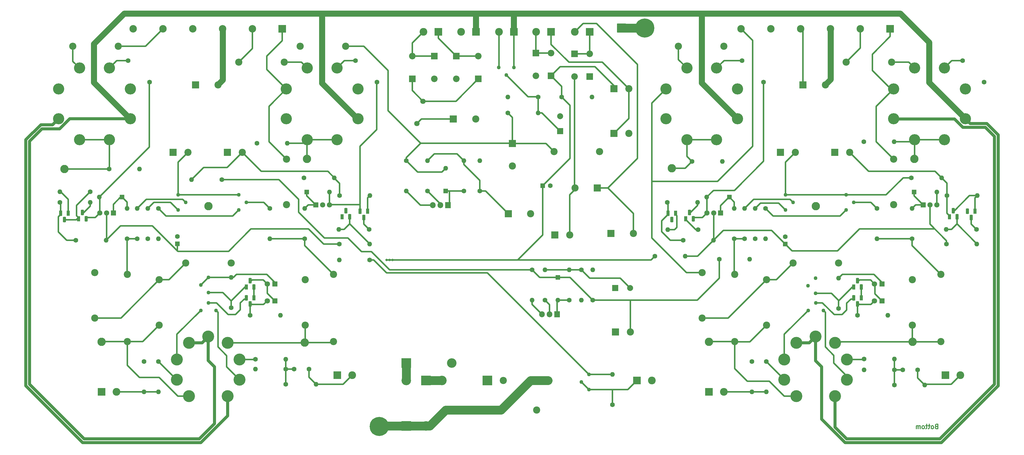
<source format=gbr>
G04 #@! TF.GenerationSoftware,KiCad,Pcbnew,7.0.8*
G04 #@! TF.CreationDate,2023-12-15T21:56:32+00:00*
G04 #@! TF.ProjectId,BabyHuey,42616279-4875-4657-992e-6b696361645f,1*
G04 #@! TF.SameCoordinates,Original*
G04 #@! TF.FileFunction,Copper,L2,Bot*
G04 #@! TF.FilePolarity,Positive*
%FSLAX46Y46*%
G04 Gerber Fmt 4.6, Leading zero omitted, Abs format (unit mm)*
G04 Created by KiCad (PCBNEW 7.0.8) date 2023-12-15 21:56:32*
%MOMM*%
%LPD*%
G01*
G04 APERTURE LIST*
G04 Aperture macros list*
%AMRoundRect*
0 Rectangle with rounded corners*
0 $1 Rounding radius*
0 $2 $3 $4 $5 $6 $7 $8 $9 X,Y pos of 4 corners*
0 Add a 4 corners polygon primitive as box body*
4,1,4,$2,$3,$4,$5,$6,$7,$8,$9,$2,$3,0*
0 Add four circle primitives for the rounded corners*
1,1,$1+$1,$2,$3*
1,1,$1+$1,$4,$5*
1,1,$1+$1,$6,$7*
1,1,$1+$1,$8,$9*
0 Add four rect primitives between the rounded corners*
20,1,$1+$1,$2,$3,$4,$5,0*
20,1,$1+$1,$4,$5,$6,$7,0*
20,1,$1+$1,$6,$7,$8,$9,0*
20,1,$1+$1,$8,$9,$2,$3,0*%
%AMHorizOval*
0 Thick line with rounded ends*
0 $1 width*
0 $2 $3 position (X,Y) of the first rounded end (center of the circle)*
0 $4 $5 position (X,Y) of the second rounded end (center of the circle)*
0 Add line between two ends*
20,1,$1,$2,$3,$4,$5,0*
0 Add two circle primitives to create the rounded ends*
1,1,$1,$2,$3*
1,1,$1,$4,$5*%
G04 Aperture macros list end*
%ADD10C,0.300000*%
G04 #@! TA.AperFunction,NonConductor*
%ADD11C,0.300000*%
G04 #@! TD*
G04 #@! TA.AperFunction,ComponentPad*
%ADD12C,1.800000*%
G04 #@! TD*
G04 #@! TA.AperFunction,ComponentPad*
%ADD13C,1.600000*%
G04 #@! TD*
G04 #@! TA.AperFunction,ComponentPad*
%ADD14R,1.800000X1.800000*%
G04 #@! TD*
G04 #@! TA.AperFunction,ComponentPad*
%ADD15RoundRect,0.249999X-1.300001X-1.300001X1.300001X-1.300001X1.300001X1.300001X-1.300001X1.300001X0*%
G04 #@! TD*
G04 #@! TA.AperFunction,ComponentPad*
%ADD16C,6.400000*%
G04 #@! TD*
G04 #@! TA.AperFunction,ComponentPad*
%ADD17C,0.800000*%
G04 #@! TD*
G04 #@! TA.AperFunction,ComponentPad*
%ADD18R,1.717500X1.800000*%
G04 #@! TD*
G04 #@! TA.AperFunction,ComponentPad*
%ADD19O,1.717500X1.800000*%
G04 #@! TD*
G04 #@! TA.AperFunction,ComponentPad*
%ADD20C,1.260000*%
G04 #@! TD*
G04 #@! TA.AperFunction,ComponentPad*
%ADD21C,2.800000*%
G04 #@! TD*
G04 #@! TA.AperFunction,ComponentPad*
%ADD22R,1.100000X1.800000*%
G04 #@! TD*
G04 #@! TA.AperFunction,ComponentPad*
%ADD23RoundRect,0.275000X0.275000X0.625000X-0.275000X0.625000X-0.275000X-0.625000X0.275000X-0.625000X0*%
G04 #@! TD*
G04 #@! TA.AperFunction,ComponentPad*
%ADD24RoundRect,0.275000X-0.275000X-0.625000X0.275000X-0.625000X0.275000X0.625000X-0.275000X0.625000X0*%
G04 #@! TD*
G04 #@! TA.AperFunction,ComponentPad*
%ADD25R,2.400000X2.400000*%
G04 #@! TD*
G04 #@! TA.AperFunction,ComponentPad*
%ADD26C,2.400000*%
G04 #@! TD*
G04 #@! TA.AperFunction,ComponentPad*
%ADD27R,3.200000X3.200000*%
G04 #@! TD*
G04 #@! TA.AperFunction,ComponentPad*
%ADD28O,3.200000X3.200000*%
G04 #@! TD*
G04 #@! TA.AperFunction,ComponentPad*
%ADD29R,2.600000X2.600000*%
G04 #@! TD*
G04 #@! TA.AperFunction,ComponentPad*
%ADD30C,2.600000*%
G04 #@! TD*
G04 #@! TA.AperFunction,ComponentPad*
%ADD31R,2.500000X2.500000*%
G04 #@! TD*
G04 #@! TA.AperFunction,ComponentPad*
%ADD32C,2.500000*%
G04 #@! TD*
G04 #@! TA.AperFunction,ComponentPad*
%ADD33R,2.200000X2.200000*%
G04 #@! TD*
G04 #@! TA.AperFunction,ComponentPad*
%ADD34O,2.200000X2.200000*%
G04 #@! TD*
G04 #@! TA.AperFunction,ComponentPad*
%ADD35O,1.600000X1.600000*%
G04 #@! TD*
G04 #@! TA.AperFunction,ComponentPad*
%ADD36O,2.400000X2.400000*%
G04 #@! TD*
G04 #@! TA.AperFunction,ComponentPad*
%ADD37HorizOval,1.600000X0.000000X0.000000X0.000000X0.000000X0*%
G04 #@! TD*
G04 #@! TA.AperFunction,ComponentPad*
%ADD38R,1.600000X1.600000*%
G04 #@! TD*
G04 #@! TA.AperFunction,ComponentPad*
%ADD39R,2.000000X2.000000*%
G04 #@! TD*
G04 #@! TA.AperFunction,ComponentPad*
%ADD40C,2.000000*%
G04 #@! TD*
G04 #@! TA.AperFunction,ComponentPad*
%ADD41R,1.905000X2.000000*%
G04 #@! TD*
G04 #@! TA.AperFunction,ComponentPad*
%ADD42O,1.905000X2.000000*%
G04 #@! TD*
G04 #@! TA.AperFunction,ComponentPad*
%ADD43C,4.000000*%
G04 #@! TD*
G04 #@! TA.AperFunction,ComponentPad*
%ADD44O,3.750000X3.750000*%
G04 #@! TD*
G04 #@! TA.AperFunction,ViaPad*
%ADD45C,0.800000*%
G04 #@! TD*
G04 #@! TA.AperFunction,Conductor*
%ADD46C,3.000000*%
G04 #@! TD*
G04 #@! TA.AperFunction,Conductor*
%ADD47C,2.000000*%
G04 #@! TD*
G04 #@! TA.AperFunction,Conductor*
%ADD48C,0.500000*%
G04 #@! TD*
G04 #@! TA.AperFunction,Conductor*
%ADD49C,1.000000*%
G04 #@! TD*
G04 APERTURE END LIST*
D10*
D11*
X351849143Y-190646614D02*
X351634857Y-190718042D01*
X351634857Y-190718042D02*
X351563428Y-190789471D01*
X351563428Y-190789471D02*
X351492000Y-190932328D01*
X351492000Y-190932328D02*
X351492000Y-191146614D01*
X351492000Y-191146614D02*
X351563428Y-191289471D01*
X351563428Y-191289471D02*
X351634857Y-191360900D01*
X351634857Y-191360900D02*
X351777714Y-191432328D01*
X351777714Y-191432328D02*
X352349143Y-191432328D01*
X352349143Y-191432328D02*
X352349143Y-189932328D01*
X352349143Y-189932328D02*
X351849143Y-189932328D01*
X351849143Y-189932328D02*
X351706286Y-190003757D01*
X351706286Y-190003757D02*
X351634857Y-190075185D01*
X351634857Y-190075185D02*
X351563428Y-190218042D01*
X351563428Y-190218042D02*
X351563428Y-190360900D01*
X351563428Y-190360900D02*
X351634857Y-190503757D01*
X351634857Y-190503757D02*
X351706286Y-190575185D01*
X351706286Y-190575185D02*
X351849143Y-190646614D01*
X351849143Y-190646614D02*
X352349143Y-190646614D01*
X350634857Y-191432328D02*
X350777714Y-191360900D01*
X350777714Y-191360900D02*
X350849143Y-191289471D01*
X350849143Y-191289471D02*
X350920571Y-191146614D01*
X350920571Y-191146614D02*
X350920571Y-190718042D01*
X350920571Y-190718042D02*
X350849143Y-190575185D01*
X350849143Y-190575185D02*
X350777714Y-190503757D01*
X350777714Y-190503757D02*
X350634857Y-190432328D01*
X350634857Y-190432328D02*
X350420571Y-190432328D01*
X350420571Y-190432328D02*
X350277714Y-190503757D01*
X350277714Y-190503757D02*
X350206286Y-190575185D01*
X350206286Y-190575185D02*
X350134857Y-190718042D01*
X350134857Y-190718042D02*
X350134857Y-191146614D01*
X350134857Y-191146614D02*
X350206286Y-191289471D01*
X350206286Y-191289471D02*
X350277714Y-191360900D01*
X350277714Y-191360900D02*
X350420571Y-191432328D01*
X350420571Y-191432328D02*
X350634857Y-191432328D01*
X349706285Y-190432328D02*
X349134857Y-190432328D01*
X349492000Y-189932328D02*
X349492000Y-191218042D01*
X349492000Y-191218042D02*
X349420571Y-191360900D01*
X349420571Y-191360900D02*
X349277714Y-191432328D01*
X349277714Y-191432328D02*
X349134857Y-191432328D01*
X348849142Y-190432328D02*
X348277714Y-190432328D01*
X348634857Y-189932328D02*
X348634857Y-191218042D01*
X348634857Y-191218042D02*
X348563428Y-191360900D01*
X348563428Y-191360900D02*
X348420571Y-191432328D01*
X348420571Y-191432328D02*
X348277714Y-191432328D01*
X347563428Y-191432328D02*
X347706285Y-191360900D01*
X347706285Y-191360900D02*
X347777714Y-191289471D01*
X347777714Y-191289471D02*
X347849142Y-191146614D01*
X347849142Y-191146614D02*
X347849142Y-190718042D01*
X347849142Y-190718042D02*
X347777714Y-190575185D01*
X347777714Y-190575185D02*
X347706285Y-190503757D01*
X347706285Y-190503757D02*
X347563428Y-190432328D01*
X347563428Y-190432328D02*
X347349142Y-190432328D01*
X347349142Y-190432328D02*
X347206285Y-190503757D01*
X347206285Y-190503757D02*
X347134857Y-190575185D01*
X347134857Y-190575185D02*
X347063428Y-190718042D01*
X347063428Y-190718042D02*
X347063428Y-191146614D01*
X347063428Y-191146614D02*
X347134857Y-191289471D01*
X347134857Y-191289471D02*
X347206285Y-191360900D01*
X347206285Y-191360900D02*
X347349142Y-191432328D01*
X347349142Y-191432328D02*
X347563428Y-191432328D01*
X346420571Y-191432328D02*
X346420571Y-190432328D01*
X346420571Y-190575185D02*
X346349142Y-190503757D01*
X346349142Y-190503757D02*
X346206285Y-190432328D01*
X346206285Y-190432328D02*
X345991999Y-190432328D01*
X345991999Y-190432328D02*
X345849142Y-190503757D01*
X345849142Y-190503757D02*
X345777714Y-190646614D01*
X345777714Y-190646614D02*
X345777714Y-191432328D01*
X345777714Y-190646614D02*
X345706285Y-190503757D01*
X345706285Y-190503757D02*
X345563428Y-190432328D01*
X345563428Y-190432328D02*
X345349142Y-190432328D01*
X345349142Y-190432328D02*
X345206285Y-190503757D01*
X345206285Y-190503757D02*
X345134856Y-190646614D01*
X345134856Y-190646614D02*
X345134856Y-191432328D01*
D12*
X177800000Y-89154000D03*
X179850000Y-81654000D03*
D13*
X136652000Y-171450000D03*
X141652000Y-171450000D03*
D14*
X130175000Y-142875000D03*
D12*
X127635000Y-142875000D03*
D15*
X246380000Y-57150000D03*
D16*
X165130000Y-190670000D03*
D17*
X163432944Y-188972944D03*
X165130000Y-193070000D03*
X166827056Y-188972944D03*
X165130000Y-188270000D03*
X163432944Y-192367056D03*
X167530000Y-190670000D03*
X162730000Y-190670000D03*
X166827056Y-192367056D03*
X256570000Y-57110000D03*
X255867056Y-55412944D03*
X252472944Y-55412944D03*
X251770000Y-57110000D03*
X255867056Y-58807056D03*
X254170000Y-59510000D03*
D16*
X254170000Y-57110000D03*
D17*
X254170000Y-54710000D03*
X252472944Y-58807056D03*
D18*
X143946500Y-116395500D03*
D19*
X146236500Y-116395500D03*
X148526500Y-116395500D03*
D20*
X105410000Y-151765000D03*
X107950000Y-149225000D03*
X110490000Y-151765000D03*
D21*
X344490000Y-100965000D03*
X311470000Y-116840000D03*
X263210000Y-104140000D03*
X343916000Y-162306000D03*
X275656000Y-162306000D03*
D20*
X321630000Y-113030000D03*
X324170000Y-115570000D03*
X321630000Y-118110000D03*
X301310000Y-113030000D03*
X303850000Y-115570000D03*
X301310000Y-118110000D03*
X308930000Y-151765000D03*
X311470000Y-149225000D03*
X314010000Y-151765000D03*
D18*
X347466500Y-116395500D03*
D19*
X349756500Y-116395500D03*
X352046500Y-116395500D03*
D22*
X364810000Y-118535500D03*
D23*
X363540000Y-120605500D03*
X362270000Y-118535500D03*
D22*
X267909000Y-121050000D03*
D24*
X269179000Y-118980000D03*
X270449000Y-121050000D03*
D18*
X279593000Y-119126000D03*
D19*
X277303000Y-119126000D03*
X275013000Y-119126000D03*
D22*
X356237500Y-120415000D03*
D24*
X357507500Y-118345000D03*
X358777500Y-120415000D03*
D22*
X264480000Y-119234000D03*
D23*
X263210000Y-121304000D03*
X261940000Y-119234000D03*
D22*
X324170000Y-143910000D03*
D24*
X325440000Y-141840000D03*
X326710000Y-143910000D03*
D22*
X326710000Y-147555000D03*
D23*
X325440000Y-149625000D03*
X324170000Y-147555000D03*
D14*
X333695000Y-142875000D03*
D12*
X331155000Y-142875000D03*
D14*
X333695000Y-148590000D03*
D12*
X331155000Y-148590000D03*
D25*
X307152000Y-76200000D03*
D26*
X314652000Y-76200000D03*
D13*
X340614000Y-171704000D03*
X345614000Y-171704000D03*
D27*
X174244000Y-169418000D03*
D28*
X189484000Y-169418000D03*
D27*
X201422000Y-175260000D03*
D28*
X186182000Y-175260000D03*
D27*
X174244000Y-190500000D03*
D28*
X174244000Y-175260000D03*
D27*
X180848000Y-175260000D03*
D28*
X180848000Y-190500000D03*
D26*
X221742000Y-175260000D03*
X206742000Y-175260000D03*
D21*
X140970000Y-100965000D03*
X107950000Y-116840000D03*
X59690000Y-104394000D03*
D22*
X152717500Y-120415000D03*
D24*
X153987500Y-118345000D03*
X155257500Y-120415000D03*
D29*
X184992000Y-58420000D03*
D30*
X179992000Y-58420000D03*
D29*
X235712000Y-58420000D03*
D30*
X230712000Y-58420000D03*
D29*
X197612000Y-58420000D03*
D30*
X192612000Y-58420000D03*
D29*
X210312000Y-58420000D03*
D30*
X205312000Y-58420000D03*
D29*
X222758000Y-58420000D03*
D30*
X217758000Y-58420000D03*
D29*
X72136000Y-179078000D03*
D30*
X77136000Y-179078000D03*
D29*
X151130000Y-173490000D03*
D30*
X156130000Y-173490000D03*
D29*
X354878000Y-173490000D03*
D30*
X359878000Y-173490000D03*
D31*
X132696000Y-57404000D03*
D32*
X122696000Y-57404000D03*
X112696000Y-57404000D03*
X102696000Y-57404000D03*
X92696000Y-57404000D03*
X82696000Y-57404000D03*
D31*
X336404000Y-57404000D03*
D32*
X326404000Y-57404000D03*
X316404000Y-57404000D03*
X306404000Y-57404000D03*
X296404000Y-57404000D03*
X286404000Y-57404000D03*
D33*
X230632000Y-65786000D03*
D34*
X230632000Y-73406000D03*
D13*
X208280000Y-85598000D03*
D35*
X218440000Y-85598000D03*
D13*
X218440000Y-80264000D03*
D35*
X208280000Y-80264000D03*
D13*
X133858000Y-176530000D03*
D35*
X144018000Y-176530000D03*
D13*
X133858000Y-171450000D03*
D35*
X123698000Y-171450000D03*
D13*
X91186000Y-168910000D03*
D35*
X91186000Y-179070000D03*
D13*
X151765000Y-129540000D03*
D35*
X161925000Y-129540000D03*
D13*
X161798000Y-124587000D03*
D35*
X151638000Y-124587000D03*
D13*
X151892000Y-113284000D03*
D35*
X162052000Y-113284000D03*
D26*
X100330000Y-135890000D03*
D36*
X115570000Y-135890000D03*
D13*
X88174103Y-75220103D03*
D37*
X80989898Y-68035898D03*
D13*
X164374103Y-75220000D03*
D37*
X157189898Y-68035795D03*
D13*
X74676000Y-104394000D03*
D35*
X84836000Y-104394000D03*
D13*
X124206000Y-95758000D03*
D35*
X134366000Y-95758000D03*
D26*
X77724000Y-63246000D03*
D36*
X62484000Y-63246000D03*
D26*
X133350000Y-68580000D03*
D36*
X118110000Y-68580000D03*
D13*
X337820000Y-176784000D03*
D35*
X347980000Y-176784000D03*
D13*
X319090000Y-151130000D03*
D35*
X319090000Y-140970000D03*
D13*
X290068000Y-168910000D03*
D35*
X290068000Y-179070000D03*
D13*
X337820000Y-171704000D03*
D35*
X327660000Y-171704000D03*
D13*
X325440000Y-153416000D03*
D35*
X335600000Y-153416000D03*
D13*
X294894000Y-168910000D03*
D35*
X294894000Y-179070000D03*
D13*
X327660000Y-168084500D03*
D35*
X337820000Y-168084500D03*
D26*
X294960000Y-156718000D03*
D36*
X294960000Y-141478000D03*
D26*
X343855000Y-141478000D03*
D36*
X343855000Y-156718000D03*
D13*
X291150000Y-127762000D03*
D35*
X291150000Y-117602000D03*
D13*
X294640000Y-117602000D03*
D35*
X294640000Y-127762000D03*
D13*
X287594000Y-127762000D03*
D35*
X287594000Y-117602000D03*
D13*
X331978000Y-117602000D03*
D35*
X331978000Y-127762000D03*
D13*
X343474000Y-107315000D03*
D35*
X353634000Y-107315000D03*
D13*
X267020000Y-128270000D03*
D35*
X277180000Y-128270000D03*
D13*
X355285000Y-129540000D03*
D35*
X365445000Y-129540000D03*
D13*
X284165000Y-127762000D03*
D35*
X284165000Y-117602000D03*
D13*
X343728000Y-127762000D03*
D35*
X343728000Y-117602000D03*
D13*
X261686000Y-115570000D03*
D35*
X271846000Y-115570000D03*
D13*
X365318000Y-124587000D03*
D35*
X355158000Y-124587000D03*
D13*
X272034000Y-124714000D03*
D35*
X261874000Y-124714000D03*
D13*
X355412000Y-113284000D03*
D35*
X365572000Y-113284000D03*
D26*
X303850000Y-135890000D03*
D36*
X319090000Y-135890000D03*
D26*
X273370000Y-154305000D03*
D36*
X273370000Y-139065000D03*
D26*
X337566000Y-116332000D03*
D36*
X337566000Y-101092000D03*
D13*
X293950205Y-75220000D03*
D37*
X286766000Y-68035795D03*
D13*
X367828103Y-75220000D03*
D37*
X360643898Y-68035795D03*
D13*
X270002000Y-101854000D03*
D35*
X280162000Y-101854000D03*
D13*
X327599000Y-95250000D03*
D35*
X337759000Y-95250000D03*
D26*
X336870000Y-68580000D03*
D36*
X321630000Y-68580000D03*
D13*
X58166000Y-115570000D03*
D35*
X68326000Y-115570000D03*
D13*
X80645000Y-127762000D03*
D35*
X80645000Y-117602000D03*
D13*
X87630000Y-127762000D03*
D35*
X87630000Y-117602000D03*
D22*
X64389000Y-121050000D03*
D24*
X65659000Y-118980000D03*
X66929000Y-121050000D03*
D22*
X60960000Y-119234000D03*
D23*
X59690000Y-121304000D03*
X58420000Y-119234000D03*
D20*
X97790000Y-113030000D03*
X100330000Y-115570000D03*
X97790000Y-118110000D03*
D13*
X68326000Y-112014000D03*
D35*
X58166000Y-112014000D03*
D33*
X191008000Y-66548000D03*
D34*
X191008000Y-74168000D03*
D33*
X183642000Y-66548000D03*
D34*
X183642000Y-74168000D03*
D33*
X176276000Y-74168000D03*
D34*
X176276000Y-66548000D03*
D33*
X198374000Y-74168000D03*
D34*
X198374000Y-66548000D03*
D26*
X153924000Y-63246000D03*
D36*
X138684000Y-63246000D03*
D25*
X189992000Y-87630000D03*
D26*
X197492000Y-87630000D03*
D25*
X208400000Y-119380000D03*
D26*
X215900000Y-119380000D03*
D25*
X244310041Y-159004000D03*
D26*
X249310041Y-159004000D03*
X353380000Y-139700000D03*
X353380000Y-162200000D03*
X284292000Y-139700000D03*
X284292000Y-162200000D03*
D25*
X299612000Y-98806000D03*
D26*
X304612000Y-98806000D03*
D25*
X317820000Y-98806000D03*
D26*
X322820000Y-98806000D03*
D38*
X140906500Y-112077500D03*
D35*
X148526500Y-112077500D03*
D38*
X282514000Y-113792000D03*
D35*
X274894000Y-113792000D03*
D38*
X344426500Y-112077500D03*
D35*
X352046500Y-112077500D03*
D26*
X217932000Y-185166000D03*
D36*
X187452000Y-185166000D03*
D25*
X238252000Y-110744000D03*
D26*
X230752000Y-110744000D03*
D25*
X242824000Y-125984000D03*
D26*
X250324000Y-125984000D03*
D25*
X243840000Y-92456000D03*
D26*
X248840000Y-92456000D03*
D25*
X243840000Y-77470000D03*
D26*
X248840000Y-77470000D03*
D39*
X225806000Y-91694000D03*
D40*
X225806000Y-86694000D03*
D13*
X193548000Y-111760000D03*
D35*
X193548000Y-101600000D03*
D13*
X198882000Y-111760000D03*
D35*
X198882000Y-101600000D03*
D13*
X181356000Y-111760000D03*
D35*
X181356000Y-101600000D03*
D41*
X188214000Y-116459000D03*
D42*
X185674000Y-116459000D03*
X183134000Y-116459000D03*
D13*
X139954000Y-107315000D03*
D35*
X150114000Y-107315000D03*
D26*
X80772000Y-139700000D03*
X80772000Y-162200000D03*
X149860000Y-139700000D03*
X149860000Y-162200000D03*
D38*
X187452000Y-111760000D03*
D35*
X187452000Y-104140000D03*
D26*
X69850000Y-154305000D03*
D36*
X69850000Y-139065000D03*
D14*
X130175000Y-148590000D03*
D12*
X127635000Y-148590000D03*
D13*
X123698000Y-168148000D03*
D35*
X133858000Y-168148000D03*
D22*
X120650000Y-143910000D03*
D24*
X121920000Y-141840000D03*
X123190000Y-143910000D03*
D13*
X121920000Y-153416000D03*
D35*
X132080000Y-153416000D03*
D22*
X123190000Y-147555000D03*
D23*
X121920000Y-149625000D03*
X120650000Y-147555000D03*
D26*
X91440000Y-156718000D03*
D36*
X91440000Y-141478000D03*
D21*
X72136000Y-162306000D03*
D13*
X112395000Y-107950000D03*
D35*
X102235000Y-107950000D03*
D13*
X161925000Y-134874000D03*
D35*
X151765000Y-134874000D03*
D13*
X279146000Y-134620000D03*
D35*
X289306000Y-134620000D03*
D13*
X257556000Y-133604000D03*
D35*
X267716000Y-133604000D03*
D33*
X235712000Y-73406000D03*
D34*
X235712000Y-65786000D03*
D13*
X84074000Y-127762000D03*
D35*
X84074000Y-117602000D03*
D25*
X96092000Y-98806000D03*
D26*
X101092000Y-98806000D03*
D13*
X63500000Y-128270000D03*
D35*
X73660000Y-128270000D03*
D18*
X76073000Y-119126000D03*
D19*
X73783000Y-119126000D03*
X71493000Y-119126000D03*
D33*
X217678000Y-65532000D03*
D34*
X217678000Y-73152000D03*
D22*
X161290000Y-118535500D03*
D23*
X160020000Y-120605500D03*
X158750000Y-118535500D03*
D38*
X97536000Y-129475112D03*
D13*
X97536000Y-126975112D03*
D25*
X114300000Y-98806000D03*
D26*
X119300000Y-98806000D03*
D25*
X103632000Y-76200000D03*
D26*
X111132000Y-76200000D03*
D25*
X223990041Y-126492000D03*
D26*
X228990041Y-126492000D03*
D13*
X174244000Y-101600000D03*
D35*
X174244000Y-111760000D03*
D33*
X222758000Y-73152000D03*
D34*
X222758000Y-65532000D03*
D38*
X219964000Y-109982000D03*
D13*
X222464000Y-109982000D03*
X226314000Y-80264000D03*
D35*
X236474000Y-80264000D03*
D25*
X209804000Y-95836220D03*
D26*
X209804000Y-103336220D03*
D38*
X225044000Y-140716000D03*
D35*
X225044000Y-148336000D03*
D13*
X236728000Y-148336000D03*
D35*
X236728000Y-138176000D03*
D13*
X216408000Y-138176000D03*
D35*
X216408000Y-148336000D03*
D13*
X228854000Y-148336000D03*
D35*
X228854000Y-138176000D03*
D13*
X232918000Y-138176000D03*
D35*
X232918000Y-148336000D03*
D13*
X220726000Y-148336000D03*
D35*
X220726000Y-138176000D03*
D41*
X224790000Y-153035000D03*
D42*
X222250000Y-153035000D03*
X219710000Y-153035000D03*
D39*
X244266323Y-144272000D03*
D40*
X249266323Y-144272000D03*
D13*
X140208000Y-127762000D03*
D35*
X140208000Y-117602000D03*
D13*
X91186000Y-117602000D03*
D35*
X91186000Y-127762000D03*
D26*
X134112000Y-116332000D03*
D36*
X134112000Y-101092000D03*
D13*
X128524000Y-117602000D03*
D35*
X128524000Y-127762000D03*
D26*
X140335000Y-141478000D03*
D36*
X140335000Y-156718000D03*
D21*
X140208000Y-162560000D03*
D20*
X118110000Y-113030000D03*
X120650000Y-115570000D03*
X118110000Y-118110000D03*
D38*
X78994000Y-113792000D03*
D35*
X71374000Y-113792000D03*
D13*
X115570000Y-150876000D03*
D35*
X115570000Y-140716000D03*
D20*
X235458000Y-178308000D03*
X232918000Y-175768000D03*
X235458000Y-173228000D03*
D29*
X251540000Y-175268000D03*
D30*
X256540000Y-175268000D03*
D13*
X243332000Y-183388000D03*
D35*
X243332000Y-173228000D03*
D13*
X86360000Y-168910000D03*
D35*
X86360000Y-179070000D03*
D29*
X275670000Y-179078000D03*
D30*
X280670000Y-179078000D03*
D26*
X280670000Y-63246000D03*
D36*
X265430000Y-63246000D03*
D26*
X223774000Y-98552000D03*
D36*
X239014000Y-98552000D03*
D38*
X301244000Y-129540000D03*
D13*
X301244000Y-127040000D03*
D20*
X107950000Y-145781000D03*
X105410000Y-143241000D03*
X107950000Y-140701000D03*
X210312000Y-70358000D03*
X207772000Y-72898000D03*
X205232000Y-70358000D03*
X311404000Y-146035000D03*
X308864000Y-143495000D03*
X311404000Y-140955000D03*
D43*
X101401000Y-180521800D03*
X97390000Y-175001700D03*
X97390000Y-168178300D03*
X101400600Y-162658200D03*
X107890000Y-160549600D03*
X114379400Y-162658200D03*
X118390000Y-168178300D03*
X118390000Y-175001700D03*
X114379400Y-180521800D03*
D44*
X64755116Y-94560433D03*
X57719567Y-87524884D03*
X57719567Y-77575116D03*
X64755116Y-70539567D03*
X74704884Y-70539567D03*
X81740433Y-77575116D03*
X81740433Y-87524884D03*
X74704884Y-94560433D03*
X141075116Y-94560433D03*
X134039567Y-87524884D03*
X134039567Y-77575116D03*
X141075116Y-70539567D03*
X151024884Y-70539567D03*
X158060433Y-77575116D03*
X158060433Y-87524884D03*
X151024884Y-94560433D03*
D43*
X304921000Y-180521800D03*
X300910000Y-175001700D03*
X300910000Y-168178300D03*
X304920600Y-162658200D03*
X311410000Y-160549600D03*
X317899400Y-162658200D03*
X321910000Y-168178300D03*
X321910000Y-175001700D03*
X317899400Y-180521800D03*
D44*
X344595116Y-94560433D03*
X337559567Y-87524884D03*
X337559567Y-77575116D03*
X344595116Y-70539567D03*
X354544884Y-70539567D03*
X361580433Y-77575116D03*
X361580433Y-87524884D03*
X354544884Y-94560433D03*
X268275116Y-94560433D03*
X261239567Y-87524884D03*
X261239567Y-77575116D03*
X268275116Y-70539567D03*
X278224884Y-70539567D03*
X285260433Y-77575116D03*
X285260433Y-87524884D03*
X278224884Y-94560433D03*
D45*
X167640000Y-134874000D03*
X168656000Y-134874000D03*
X169672000Y-134874000D03*
D46*
X180848000Y-175260000D02*
X186182000Y-175260000D01*
X174244000Y-175260000D02*
X174244000Y-169418000D01*
X187452000Y-185166000D02*
X205994000Y-185166000D01*
X215900000Y-175260000D02*
X221742000Y-175260000D01*
X205994000Y-185166000D02*
X215900000Y-175260000D01*
D47*
X316404000Y-57404000D02*
X316484000Y-57484000D01*
X112776000Y-57484000D02*
X112776000Y-74556000D01*
X316484000Y-74368000D02*
X314652000Y-76200000D01*
X112776000Y-74556000D02*
X111132000Y-76200000D01*
X112696000Y-57404000D02*
X112776000Y-57484000D01*
X316484000Y-57484000D02*
X316484000Y-74368000D01*
D48*
X251714000Y-100838000D02*
X241808000Y-110744000D01*
X251714000Y-69342000D02*
X251714000Y-100838000D01*
X233506000Y-55626000D02*
X237998000Y-55626000D01*
X241808000Y-110744000D02*
X250324000Y-119260000D01*
X241808000Y-110744000D02*
X238252000Y-110744000D01*
X250324000Y-119260000D02*
X250324000Y-125984000D01*
X230712000Y-58420000D02*
X233506000Y-55626000D01*
X237998000Y-55626000D02*
X251714000Y-69342000D01*
X222758000Y-58420000D02*
X222758000Y-62611022D01*
X248840000Y-87456000D02*
X243840000Y-92456000D01*
X222758000Y-62611022D02*
X228726978Y-68580000D01*
X248840000Y-77470000D02*
X248840000Y-87456000D01*
X239950000Y-68580000D02*
X248840000Y-77470000D01*
X228726978Y-68580000D02*
X239950000Y-68580000D01*
X201405520Y-139175520D02*
X235458000Y-173228000D01*
X226314000Y-76708000D02*
X222758000Y-73152000D01*
X219964000Y-126492000D02*
X219964000Y-109982000D01*
X167623520Y-139175520D02*
X201405520Y-139175520D01*
X237490000Y-70104000D02*
X225806000Y-70104000D01*
X256286000Y-134874000D02*
X257556000Y-133604000D01*
X161925000Y-134874000D02*
X163322000Y-134874000D01*
X211582000Y-134874000D02*
X256286000Y-134874000D01*
X235458000Y-173228000D02*
X243332000Y-173228000D01*
X167640000Y-134874000D02*
X211582000Y-134874000D01*
X229108000Y-100838000D02*
X229108000Y-83058000D01*
X243840000Y-77470000D02*
X243840000Y-76454000D01*
X219964000Y-109982000D02*
X229108000Y-100838000D01*
X225806000Y-70104000D02*
X222758000Y-73152000D01*
X211582000Y-134874000D02*
X219964000Y-126492000D01*
X229108000Y-83058000D02*
X226314000Y-80264000D01*
X163322000Y-134874000D02*
X167623520Y-139175520D01*
X226314000Y-80264000D02*
X226314000Y-76708000D01*
X243840000Y-76454000D02*
X237490000Y-70104000D01*
X185674000Y-116078000D02*
X185674000Y-116459000D01*
X177800000Y-89154000D02*
X179324000Y-87630000D01*
X179324000Y-87630000D02*
X189992000Y-87630000D01*
X181356000Y-111760000D02*
X185674000Y-116078000D01*
X193548000Y-102870000D02*
X198882000Y-108204000D01*
X198882000Y-111760000D02*
X200780000Y-111760000D01*
X183642000Y-99314000D02*
X181356000Y-101600000D01*
X198882000Y-108204000D02*
X198882000Y-111760000D01*
X193548000Y-101600000D02*
X193548000Y-102870000D01*
X191262000Y-99314000D02*
X183642000Y-99314000D01*
X200780000Y-111760000D02*
X208400000Y-119380000D01*
X193548000Y-101600000D02*
X191262000Y-99314000D01*
X245964323Y-140970000D02*
X249266323Y-144272000D01*
X232918000Y-138176000D02*
X235712000Y-140970000D01*
X228854000Y-138176000D02*
X232918000Y-138176000D01*
X235712000Y-140970000D02*
X245964323Y-140970000D01*
X220726000Y-138176000D02*
X228854000Y-138176000D01*
X154686000Y-127508000D02*
X159258000Y-132080000D01*
X159258000Y-132080000D02*
X162560000Y-132080000D01*
X229108000Y-140716000D02*
X236728000Y-148336000D01*
X168656000Y-138176000D02*
X216408000Y-138176000D01*
X271780000Y-148336000D02*
X236728000Y-148336000D01*
X162560000Y-132080000D02*
X168656000Y-138176000D01*
X112395000Y-107950000D02*
X131572000Y-107950000D01*
X279146000Y-134620000D02*
X279146000Y-140970000D01*
X138176000Y-118872000D02*
X146812000Y-127508000D01*
X218948000Y-140716000D02*
X225044000Y-140716000D01*
X216408000Y-138176000D02*
X218948000Y-140716000D01*
X138176000Y-114554000D02*
X138176000Y-118872000D01*
X249310041Y-148336000D02*
X249310041Y-159004000D01*
X146812000Y-127508000D02*
X154686000Y-127508000D01*
X279146000Y-140970000D02*
X271780000Y-148336000D01*
X131572000Y-107950000D02*
X138176000Y-114554000D01*
X225044000Y-140716000D02*
X229108000Y-140716000D01*
X218440000Y-80264000D02*
X218313000Y-80137000D01*
X219710000Y-85598000D02*
X218440000Y-85598000D01*
X218440000Y-85598000D02*
X218440000Y-80264000D01*
X215011000Y-80137000D02*
X207772000Y-72898000D01*
X218313000Y-80137000D02*
X215011000Y-80137000D01*
X225806000Y-91694000D02*
X219710000Y-85598000D01*
X136652000Y-171450000D02*
X133858000Y-171450000D01*
X133858000Y-176530000D02*
X133858000Y-171450000D01*
X133858000Y-171450000D02*
X133858000Y-168148000D01*
X128524000Y-127762000D02*
X140208000Y-127762000D01*
X140208000Y-130048000D02*
X149860000Y-139700000D01*
X140208000Y-127762000D02*
X140208000Y-130048000D01*
X80645000Y-139573000D02*
X80645000Y-127762000D01*
X80645000Y-127762000D02*
X84074000Y-127762000D01*
X80772000Y-139700000D02*
X80645000Y-139573000D01*
X97790000Y-113030000D02*
X118110000Y-113030000D01*
X97790000Y-102108000D02*
X101092000Y-98806000D01*
X97790000Y-113030000D02*
X97790000Y-102108000D01*
X153090000Y-176530000D02*
X144018000Y-176530000D01*
X156130000Y-173490000D02*
X153090000Y-176530000D01*
X141652000Y-174164000D02*
X144018000Y-176530000D01*
X141652000Y-171450000D02*
X141652000Y-174164000D01*
X343728000Y-130048000D02*
X353380000Y-139700000D01*
X343728000Y-127762000D02*
X343728000Y-130048000D01*
X331978000Y-127762000D02*
X343728000Y-127762000D01*
X284165000Y-127762000D02*
X287594000Y-127762000D01*
X284165000Y-139573000D02*
X284165000Y-127762000D01*
X284292000Y-139700000D02*
X284165000Y-139573000D01*
X301310000Y-113030000D02*
X321630000Y-113030000D01*
X301310000Y-102108000D02*
X304612000Y-98806000D01*
X301310000Y-113030000D02*
X301310000Y-102108000D01*
X340741000Y-107315000D02*
X343474000Y-107315000D01*
X321630000Y-113030000D02*
X335026000Y-113030000D01*
X335026000Y-113030000D02*
X340741000Y-107315000D01*
D46*
X182118000Y-190500000D02*
X165100000Y-190500000D01*
X187452000Y-185166000D02*
X182118000Y-190500000D01*
D48*
X184992000Y-58420000D02*
X184992000Y-60532000D01*
X191008000Y-66548000D02*
X198374000Y-66548000D01*
X184992000Y-60532000D02*
X191008000Y-66548000D01*
X198374000Y-74168000D02*
X190888000Y-81654000D01*
X190888000Y-81654000D02*
X179850000Y-81654000D01*
X176276000Y-78080000D02*
X179850000Y-81654000D01*
X176276000Y-74168000D02*
X176276000Y-78080000D01*
X176276000Y-66548000D02*
X183642000Y-66548000D01*
X179992000Y-58420000D02*
X176276000Y-62136000D01*
X176276000Y-62136000D02*
X176276000Y-66548000D01*
X230632000Y-65786000D02*
X235712000Y-65786000D01*
X235712000Y-58420000D02*
X235712000Y-65786000D01*
X217678000Y-58420000D02*
X217678000Y-65532000D01*
X222758000Y-65532000D02*
X217678000Y-65532000D01*
X188214000Y-116459000D02*
X188722000Y-115951000D01*
X188722000Y-115951000D02*
X188722000Y-111760000D01*
X188722000Y-111760000D02*
X193548000Y-111760000D01*
X187452000Y-111760000D02*
X188722000Y-111760000D01*
X225044000Y-148336000D02*
X228854000Y-148336000D01*
X224790000Y-153035000D02*
X224790000Y-148590000D01*
X224790000Y-148590000D02*
X225044000Y-148336000D01*
X121920000Y-149225000D02*
X122491500Y-149796500D01*
X122491500Y-149796500D02*
X126428500Y-149796500D01*
X121920000Y-149225000D02*
X121920000Y-153416000D01*
X126428500Y-149796500D02*
X127635000Y-148590000D01*
X121920000Y-142240000D02*
X122618500Y-141541500D01*
X127635000Y-142875000D02*
X127635000Y-146050000D01*
X126301500Y-141541500D02*
X127635000Y-142875000D01*
X122618500Y-141541500D02*
X126301500Y-141541500D01*
X127635000Y-146050000D02*
X130175000Y-148590000D01*
X76073000Y-119126000D02*
X76073000Y-116205000D01*
X76073000Y-116205000D02*
X78486000Y-113792000D01*
X78994000Y-113792000D02*
X80645000Y-115443000D01*
X78486000Y-113792000D02*
X78994000Y-113792000D01*
X80645000Y-115443000D02*
X80645000Y-117602000D01*
X140906500Y-113355500D02*
X143946500Y-116395500D01*
X140906500Y-112077500D02*
X140906500Y-113355500D01*
X140208000Y-117602000D02*
X141414500Y-116395500D01*
X141414500Y-116395500D02*
X143946500Y-116395500D01*
X331282000Y-146177000D02*
X333695000Y-148590000D01*
X331282000Y-143002000D02*
X331282000Y-146177000D01*
X331155000Y-142875000D02*
X331282000Y-143002000D01*
X329821500Y-141541500D02*
X331155000Y-142875000D01*
X326138500Y-141541500D02*
X329821500Y-141541500D01*
X325440000Y-142240000D02*
X326138500Y-141541500D01*
X325440000Y-149225000D02*
X325440000Y-153416000D01*
X329948500Y-149796500D02*
X331155000Y-148590000D01*
X326011500Y-149796500D02*
X329948500Y-149796500D01*
X325440000Y-149225000D02*
X326011500Y-149796500D01*
X284165000Y-115443000D02*
X284165000Y-117602000D01*
X282514000Y-113792000D02*
X284165000Y-115443000D01*
X279593000Y-119126000D02*
X279593000Y-116647000D01*
X279593000Y-116647000D02*
X282448000Y-113792000D01*
X282448000Y-113792000D02*
X282514000Y-113792000D01*
X344426500Y-113355500D02*
X347466500Y-116395500D01*
X344426500Y-112077500D02*
X344426500Y-113355500D01*
X344934500Y-116395500D02*
X347466500Y-116395500D01*
X343728000Y-117602000D02*
X344934500Y-116395500D01*
D49*
X57719567Y-87524884D02*
X55709557Y-89534894D01*
X321827568Y-194838480D02*
X353050432Y-194838480D01*
X317899400Y-190910312D02*
X321827568Y-194838480D01*
X46756480Y-177058480D02*
X65786000Y-196088000D01*
X65786000Y-196088000D02*
X105410000Y-196088000D01*
X55709557Y-89534894D02*
X51764450Y-89534894D01*
D48*
X205312000Y-58420000D02*
X205312000Y-70278000D01*
D49*
X317899400Y-180521800D02*
X317899400Y-190910312D01*
X46756480Y-94542864D02*
X46756480Y-177058480D01*
X114379400Y-187118600D02*
X114379400Y-180521800D01*
X371348000Y-176540912D02*
X371348000Y-93472000D01*
X353050432Y-194838480D02*
X371348000Y-176540912D01*
X337664683Y-87630000D02*
X337559567Y-87524884D01*
X360759929Y-90416000D02*
X357973929Y-87630000D01*
X368292000Y-90416000D02*
X360759929Y-90416000D01*
X371348000Y-93472000D02*
X368292000Y-90416000D01*
X51764450Y-89534894D02*
X46756480Y-94542864D01*
D48*
X205312000Y-70278000D02*
X205232000Y-70358000D01*
D49*
X357973929Y-87630000D02*
X337664683Y-87630000D01*
X105410000Y-196088000D02*
X114379400Y-187118600D01*
D47*
X361580433Y-87524884D02*
X361580433Y-87514433D01*
X146050000Y-75692000D02*
X157882884Y-87524884D01*
D49*
X311410000Y-168662000D02*
X311410000Y-160549600D01*
D47*
X69596000Y-75438000D02*
X69596000Y-62484000D01*
X349504000Y-61976000D02*
X339852000Y-52324000D01*
D49*
X321310000Y-196088000D02*
X313436000Y-188214000D01*
X309301400Y-162658200D02*
X304920600Y-162658200D01*
D47*
X210312000Y-52324000D02*
X210312000Y-58420000D01*
D49*
X52154912Y-90911520D02*
X48006000Y-95060432D01*
X313436000Y-170688000D02*
X311410000Y-168662000D01*
X361580433Y-87524884D02*
X363222029Y-89166480D01*
D47*
X273304000Y-75568451D02*
X285260433Y-87524884D01*
D49*
X311410000Y-160549600D02*
X311410000Y-168650000D01*
X109982000Y-189748912D02*
X109982000Y-170688000D01*
D47*
X349504000Y-75438000D02*
X349504000Y-61976000D01*
X146050000Y-52832000D02*
X146050000Y-75692000D01*
X81534000Y-87376000D02*
X69596000Y-75438000D01*
X361580433Y-87514433D02*
X349504000Y-75438000D01*
D49*
X61431187Y-87524884D02*
X58044551Y-90911520D01*
D47*
X79756000Y-52324000D02*
X210312000Y-52324000D01*
D49*
X104912912Y-194818000D02*
X109982000Y-189748912D01*
X311410000Y-160549600D02*
X309301400Y-162658200D01*
X48006000Y-95060432D02*
X48006000Y-176540912D01*
X48006000Y-176540912D02*
X66283088Y-194818000D01*
X107890000Y-168596000D02*
X107890000Y-160549600D01*
X363222029Y-89166480D02*
X368809568Y-89166480D01*
X81740433Y-87524884D02*
X61431187Y-87524884D01*
X372597520Y-177058480D02*
X353568000Y-196088000D01*
D48*
X210312000Y-58420000D02*
X210312000Y-70358000D01*
D47*
X69596000Y-62484000D02*
X79756000Y-52324000D01*
D49*
X313436000Y-188214000D02*
X313436000Y-170688000D01*
X66283088Y-194818000D02*
X104912912Y-194818000D01*
X107890000Y-160549600D02*
X105781400Y-162658200D01*
X311410000Y-168650000D02*
X311404000Y-168656000D01*
X105781400Y-162658200D02*
X101400600Y-162658200D01*
D47*
X157882884Y-87524884D02*
X158060433Y-87524884D01*
X339852000Y-52324000D02*
X210312000Y-52324000D01*
D49*
X353568000Y-196088000D02*
X321310000Y-196088000D01*
X58044551Y-90911520D02*
X52154912Y-90911520D01*
D47*
X273304000Y-52324000D02*
X273304000Y-75568451D01*
D49*
X368809568Y-89166480D02*
X372597520Y-92954432D01*
X109982000Y-170688000D02*
X107890000Y-168596000D01*
X372597520Y-92954432D02*
X372597520Y-177058480D01*
D47*
X197612000Y-58420000D02*
X197612000Y-52324000D01*
D48*
X243332000Y-178308000D02*
X248500000Y-178308000D01*
X235458000Y-178308000D02*
X243332000Y-178308000D01*
X248500000Y-178308000D02*
X251540000Y-175268000D01*
X243332000Y-183388000D02*
X243332000Y-178308000D01*
X232918000Y-175768000D02*
X235458000Y-178308000D01*
D46*
X246380000Y-57150000D02*
X254000000Y-57150000D01*
D48*
X149500000Y-162560000D02*
X149860000Y-162200000D01*
X140335000Y-162433000D02*
X140208000Y-162560000D01*
X140335000Y-156718000D02*
X140335000Y-162433000D01*
X140208000Y-162560000D02*
X149500000Y-162560000D01*
X114379400Y-162658200D02*
X140109800Y-162658200D01*
X140109800Y-162658200D02*
X140208000Y-162560000D01*
X80772000Y-162200000D02*
X85958000Y-162200000D01*
X101401000Y-180521800D02*
X97717800Y-180521800D01*
X80772000Y-170180000D02*
X80772000Y-162200000D01*
X97717800Y-180521800D02*
X91440000Y-174244000D01*
X85958000Y-162200000D02*
X91440000Y-156718000D01*
X80772000Y-162200000D02*
X72242000Y-162200000D01*
X91440000Y-174244000D02*
X84836000Y-174244000D01*
X84836000Y-174244000D02*
X80772000Y-170180000D01*
X72242000Y-162200000D02*
X72136000Y-162306000D01*
X115570000Y-140716000D02*
X107965000Y-140716000D01*
X107950000Y-140701000D02*
X105410000Y-143241000D01*
X127508000Y-139700000D02*
X117348000Y-139700000D01*
X117348000Y-139700000D02*
X116332000Y-140716000D01*
X130175000Y-142367000D02*
X127508000Y-139700000D01*
X107965000Y-140716000D02*
X107950000Y-140701000D01*
X60960000Y-119634000D02*
X60960000Y-114554000D01*
X147955000Y-105156000D02*
X150114000Y-107315000D01*
X130175000Y-142875000D02*
X130175000Y-142367000D01*
X114220000Y-103886000D02*
X119300000Y-98806000D01*
X102235000Y-107950000D02*
X106299000Y-103886000D01*
X151892000Y-109220000D02*
X151892000Y-113284000D01*
X125650000Y-105156000D02*
X147955000Y-105156000D01*
X119300000Y-98806000D02*
X125650000Y-105156000D01*
X60960000Y-114554000D02*
X58420000Y-112014000D01*
X150114000Y-107315000D02*
X150114000Y-107442000D01*
X106299000Y-103886000D02*
X114220000Y-103886000D01*
X150114000Y-107442000D02*
X151892000Y-109220000D01*
X116332000Y-140716000D02*
X115570000Y-140716000D01*
X141478000Y-124460000D02*
X122174000Y-124460000D01*
X151765000Y-129540000D02*
X146558000Y-129540000D01*
X89154000Y-123444000D02*
X78486000Y-123444000D01*
X114693511Y-131940489D02*
X97650489Y-131940489D01*
X122174000Y-124460000D02*
X114693511Y-131940489D01*
X146558000Y-129540000D02*
X141478000Y-124460000D01*
X97650489Y-131940489D02*
X89154000Y-123444000D01*
X97536000Y-129475112D02*
X97536000Y-131826000D01*
X78486000Y-123444000D02*
X73660000Y-128270000D01*
X73783000Y-128139000D02*
X73783000Y-119126000D01*
X340614000Y-171704000D02*
X337820000Y-171704000D01*
X337820000Y-176784000D02*
X337820000Y-171704000D01*
X337820000Y-171704000D02*
X337820000Y-168084500D01*
X345614000Y-174418000D02*
X347980000Y-176784000D01*
X345614000Y-171704000D02*
X345614000Y-174418000D01*
X348234000Y-176530000D02*
X347980000Y-176784000D01*
X356838000Y-176530000D02*
X348234000Y-176530000D01*
X359878000Y-173490000D02*
X356838000Y-176530000D01*
X343855000Y-156718000D02*
X343855000Y-162245000D01*
X318251600Y-162306000D02*
X343916000Y-162306000D01*
X317899400Y-162658200D02*
X318251600Y-162306000D01*
X343916000Y-162306000D02*
X353274000Y-162306000D01*
X353274000Y-162306000D02*
X353380000Y-162200000D01*
X343855000Y-162245000D02*
X343916000Y-162306000D01*
X284186000Y-162306000D02*
X289372000Y-162306000D01*
X289372000Y-162306000D02*
X294960000Y-156718000D01*
X295910000Y-175514000D02*
X300917800Y-180521800D01*
X288544000Y-175514000D02*
X295910000Y-175514000D01*
X275762000Y-162200000D02*
X275656000Y-162306000D01*
X284292000Y-162200000D02*
X284292000Y-171262000D01*
X284292000Y-162200000D02*
X275762000Y-162200000D01*
X300917800Y-180521800D02*
X304921000Y-180521800D01*
X284292000Y-171262000D02*
X288544000Y-175514000D01*
X333695000Y-142875000D02*
X333695000Y-142433000D01*
X264160000Y-124714000D02*
X264922000Y-123952000D01*
X329170000Y-105156000D02*
X351475000Y-105156000D01*
X264922000Y-120076000D02*
X264480000Y-119634000D01*
X330962000Y-139700000D02*
X320360000Y-139700000D01*
X261874000Y-124714000D02*
X264160000Y-124714000D01*
X355412000Y-109093000D02*
X355412000Y-113284000D01*
X351475000Y-105156000D02*
X353634000Y-107315000D01*
X264922000Y-123952000D02*
X264922000Y-120076000D01*
X333695000Y-142433000D02*
X330962000Y-139700000D01*
X353634000Y-107315000D02*
X355412000Y-109093000D01*
X356237500Y-120015000D02*
X356235000Y-120015000D01*
X320360000Y-139700000D02*
X319090000Y-140970000D01*
X322820000Y-98806000D02*
X329170000Y-105156000D01*
X355412000Y-119192000D02*
X355412000Y-113284000D01*
X356235000Y-120015000D02*
X355412000Y-119192000D01*
X178943000Y-116459000D02*
X183134000Y-116459000D01*
X174244000Y-111760000D02*
X178943000Y-116459000D01*
X216408000Y-149733000D02*
X216408000Y-148336000D01*
X219710000Y-153035000D02*
X216408000Y-149733000D01*
X277303000Y-128139000D02*
X277303000Y-119126000D01*
X280482000Y-124968000D02*
X277180000Y-128270000D01*
X351282000Y-124460000D02*
X326136000Y-124460000D01*
X326136000Y-124460000D02*
X318770000Y-131826000D01*
X277180000Y-128270000D02*
X271846000Y-133604000D01*
X296672000Y-124968000D02*
X280482000Y-124968000D01*
X303530000Y-131826000D02*
X296672000Y-124968000D01*
X355285000Y-129540000D02*
X355285000Y-128397000D01*
X349756500Y-122868500D02*
X349756500Y-116395500D01*
X271846000Y-133604000D02*
X267716000Y-133604000D01*
X318770000Y-131826000D02*
X303530000Y-131826000D01*
X355285000Y-128397000D02*
X349756500Y-122868500D01*
X123190000Y-147955000D02*
X123190000Y-143510000D01*
X107950000Y-145781000D02*
X107965000Y-145796000D01*
X112776000Y-145796000D02*
X115570000Y-148590000D01*
X115570000Y-148590000D02*
X120650000Y-143510000D01*
X115570000Y-150876000D02*
X115570000Y-148590000D01*
X107965000Y-145796000D02*
X112776000Y-145796000D01*
X58166000Y-115570000D02*
X58420000Y-115824000D01*
X57658000Y-125476000D02*
X60452000Y-128270000D01*
X58420000Y-119634000D02*
X57658000Y-120396000D01*
X60452000Y-128270000D02*
X63500000Y-128270000D01*
X58420000Y-115824000D02*
X58420000Y-119634000D01*
X57658000Y-120396000D02*
X57658000Y-125476000D01*
X63627000Y-121412000D02*
X64389000Y-120650000D01*
X59690000Y-120904000D02*
X60198000Y-121412000D01*
X60198000Y-121412000D02*
X63627000Y-121412000D01*
X63754000Y-116586000D02*
X63754000Y-120015000D01*
X68326000Y-112014000D02*
X63754000Y-116586000D01*
X63754000Y-120015000D02*
X64389000Y-120650000D01*
X161290000Y-114046000D02*
X162052000Y-113284000D01*
X161290000Y-118935500D02*
X161290000Y-114046000D01*
X153416000Y-124587000D02*
X155257500Y-122745500D01*
X161925000Y-129413000D02*
X155257500Y-122745500D01*
X161925000Y-129540000D02*
X161925000Y-129413000D01*
X155257500Y-122745500D02*
X155257500Y-120015000D01*
X151638000Y-124587000D02*
X153416000Y-124587000D01*
X68326000Y-115570000D02*
X68326000Y-116840000D01*
X68326000Y-116840000D02*
X65786000Y-119380000D01*
X65786000Y-119380000D02*
X65659000Y-119380000D01*
X160020000Y-122809000D02*
X160020000Y-120205500D01*
X161798000Y-124587000D02*
X160020000Y-122809000D01*
X326710000Y-147955000D02*
X326710000Y-143510000D01*
X307152000Y-76200000D02*
X307152000Y-58152000D01*
X307152000Y-58152000D02*
X306404000Y-57404000D01*
X319090000Y-151130000D02*
X319090000Y-148590000D01*
X319184000Y-148496000D02*
X324170000Y-143510000D01*
X316723000Y-146035000D02*
X319184000Y-148496000D01*
X319090000Y-148590000D02*
X319184000Y-148496000D01*
X311404000Y-146035000D02*
X316723000Y-146035000D01*
X267909000Y-121351000D02*
X267909000Y-120650000D01*
X272034000Y-124714000D02*
X271272000Y-124714000D01*
X271272000Y-124714000D02*
X267909000Y-121351000D01*
X261940000Y-115824000D02*
X261940000Y-119634000D01*
X259842000Y-121732000D02*
X259842000Y-125403671D01*
X262708329Y-128270000D02*
X267020000Y-128270000D01*
X259842000Y-125403671D02*
X262708329Y-128270000D01*
X261940000Y-119634000D02*
X259842000Y-121732000D01*
X261686000Y-115570000D02*
X261940000Y-115824000D01*
X358777500Y-122745500D02*
X358777500Y-120015000D01*
X356936000Y-124587000D02*
X358777500Y-122745500D01*
X355158000Y-124587000D02*
X356936000Y-124587000D01*
X365445000Y-129413000D02*
X358777500Y-122745500D01*
X365445000Y-129540000D02*
X365445000Y-129413000D01*
X364810000Y-118935500D02*
X364810000Y-114046000D01*
X364810000Y-114046000D02*
X365572000Y-113284000D01*
X357507500Y-118745000D02*
X362968500Y-113284000D01*
X362968500Y-113284000D02*
X365572000Y-113284000D01*
X271846000Y-116586000D02*
X269179000Y-119253000D01*
X271846000Y-115570000D02*
X271846000Y-116586000D01*
X365318000Y-124587000D02*
X363540000Y-122809000D01*
X363540000Y-122809000D02*
X363540000Y-120205500D01*
X97277700Y-175001700D02*
X97390000Y-175001700D01*
X91186000Y-168910000D02*
X97277700Y-175001700D01*
X123667700Y-168178300D02*
X123698000Y-168148000D01*
X118390000Y-168178300D02*
X123667700Y-168178300D01*
X88138000Y-97028000D02*
X88138000Y-75256206D01*
X71374000Y-113792000D02*
X88138000Y-97028000D01*
X69969000Y-120650000D02*
X71493000Y-119126000D01*
X88138000Y-75256206D02*
X88174103Y-75220103D01*
X71493000Y-113911000D02*
X71374000Y-113792000D01*
X71493000Y-119126000D02*
X71493000Y-113911000D01*
X66929000Y-120650000D02*
X69969000Y-120650000D01*
X158750000Y-96774000D02*
X164338000Y-91186000D01*
X148590000Y-116332000D02*
X158750000Y-116332000D01*
X158750000Y-118935500D02*
X158750000Y-96774000D01*
X148526500Y-116395500D02*
X148590000Y-116332000D01*
X148526500Y-116395500D02*
X148526500Y-112077500D01*
X164338000Y-75256103D02*
X164374103Y-75220000D01*
X164338000Y-91186000D02*
X164338000Y-75256103D01*
X95250000Y-115570000D02*
X97790000Y-118110000D01*
X87630000Y-117602000D02*
X89662000Y-115570000D01*
X89662000Y-115570000D02*
X95250000Y-115570000D01*
X118110000Y-118110000D02*
X116078000Y-120142000D01*
X116078000Y-120142000D02*
X93726000Y-120142000D01*
X93726000Y-120142000D02*
X91186000Y-117602000D01*
X84074000Y-117602000D02*
X87122000Y-114554000D01*
X87122000Y-114554000D02*
X99314000Y-114554000D01*
X99314000Y-114554000D02*
X100330000Y-115570000D01*
X128524000Y-117602000D02*
X126492000Y-115570000D01*
X126492000Y-115570000D02*
X120650000Y-115570000D01*
X77208553Y-68035898D02*
X80989898Y-68035898D01*
X74704884Y-70539567D02*
X77208553Y-68035898D01*
X153492451Y-68072000D02*
X151024884Y-70539567D01*
X157189898Y-68035795D02*
X157153693Y-68072000D01*
X157153693Y-68072000D02*
X153492451Y-68072000D01*
X294894000Y-168910000D02*
X300910000Y-174926000D01*
X300910000Y-174926000D02*
X300910000Y-175001700D01*
X327566200Y-168178300D02*
X321910000Y-168178300D01*
X327660000Y-168084500D02*
X327566200Y-168178300D01*
X275013000Y-113911000D02*
X274894000Y-113792000D01*
X275013000Y-119126000D02*
X275013000Y-113911000D01*
X273489000Y-120650000D02*
X275013000Y-119126000D01*
X270449000Y-120650000D02*
X273489000Y-120650000D01*
X293950205Y-101781795D02*
X293950205Y-75510205D01*
X274894000Y-113792000D02*
X277149536Y-111536464D01*
X284195536Y-111536464D02*
X293950205Y-101781795D01*
X277149536Y-111536464D02*
X284195536Y-111536464D01*
X352046500Y-116395500D02*
X352046500Y-112077500D01*
X292928000Y-115824000D02*
X299024000Y-115824000D01*
X291150000Y-117602000D02*
X292928000Y-115824000D01*
X299024000Y-115824000D02*
X301310000Y-118110000D01*
X297180000Y-120142000D02*
X294640000Y-117602000D01*
X321630000Y-118110000D02*
X319598000Y-120142000D01*
X319598000Y-120142000D02*
X297180000Y-120142000D01*
X302834000Y-114554000D02*
X303850000Y-115570000D01*
X287594000Y-117602000D02*
X290642000Y-114554000D01*
X290642000Y-114554000D02*
X302834000Y-114554000D01*
X331978000Y-117602000D02*
X329946000Y-115570000D01*
X329946000Y-115570000D02*
X324170000Y-115570000D01*
X280728656Y-68035795D02*
X286766000Y-68035795D01*
X278224884Y-70539567D02*
X280728656Y-68035795D01*
X360643898Y-68035795D02*
X357048656Y-68035795D01*
X357048656Y-68035795D02*
X354544884Y-70539567D01*
X77144000Y-179070000D02*
X86360000Y-179070000D01*
X86360000Y-179070000D02*
X91186000Y-179070000D01*
X77136000Y-179078000D02*
X77144000Y-179070000D01*
X290068000Y-179070000D02*
X294894000Y-179070000D01*
X280670000Y-179078000D02*
X280678000Y-179070000D01*
X280678000Y-179070000D02*
X290068000Y-179070000D01*
X128270000Y-83344683D02*
X134039567Y-77575116D01*
X132696000Y-61360000D02*
X127508000Y-66548000D01*
X132696000Y-57404000D02*
X132696000Y-61360000D01*
X128270000Y-95250000D02*
X128270000Y-83344683D01*
X127508000Y-66548000D02*
X127508000Y-71043549D01*
X127508000Y-71043549D02*
X134039567Y-77575116D01*
X134112000Y-101092000D02*
X128270000Y-95250000D01*
X122696000Y-63994000D02*
X118110000Y-68580000D01*
X122696000Y-57404000D02*
X122696000Y-63994000D01*
X86854000Y-63246000D02*
X92696000Y-57404000D01*
X77724000Y-63246000D02*
X86854000Y-63246000D01*
X209804000Y-95836220D02*
X209725780Y-95758000D01*
X168148000Y-71374000D02*
X168148000Y-84836000D01*
X209804000Y-87122000D02*
X209804000Y-95836220D01*
X174244000Y-100584000D02*
X174244000Y-101600000D01*
X179070000Y-95758000D02*
X174244000Y-100584000D01*
X168148000Y-84836000D02*
X179070000Y-95758000D01*
X208280000Y-85598000D02*
X209804000Y-87122000D01*
X160020000Y-63246000D02*
X168148000Y-71374000D01*
X209725780Y-95758000D02*
X182118000Y-95758000D01*
X178054000Y-105410000D02*
X186182000Y-105410000D01*
X209804000Y-95836220D02*
X221058220Y-95836220D01*
X153924000Y-63246000D02*
X160020000Y-63246000D01*
X186182000Y-105410000D02*
X187452000Y-104140000D01*
X221058220Y-95836220D02*
X223774000Y-98552000D01*
X174244000Y-101600000D02*
X178054000Y-105410000D01*
X182118000Y-95758000D02*
X179070000Y-95758000D01*
X330454000Y-65913000D02*
X330454000Y-71374000D01*
X336655116Y-77575116D02*
X337559567Y-77575116D01*
X330454000Y-71374000D02*
X336655116Y-77575116D01*
X337566000Y-101092000D02*
X331724000Y-95250000D01*
X336404000Y-57404000D02*
X336404000Y-59963000D01*
X331724000Y-95250000D02*
X331724000Y-83410683D01*
X336404000Y-59963000D02*
X330454000Y-65913000D01*
X331724000Y-83410683D02*
X337559567Y-77575116D01*
X326404000Y-57404000D02*
X326404000Y-63806000D01*
X326404000Y-63806000D02*
X321630000Y-68580000D01*
X256540000Y-82274683D02*
X261239567Y-77575116D01*
X290322000Y-61322000D02*
X286404000Y-57404000D01*
X268097000Y-139065000D02*
X256540000Y-127508000D01*
X278559056Y-108536944D02*
X290322000Y-96774000D01*
X290322000Y-96774000D02*
X290322000Y-61322000D01*
X256540000Y-127508000D02*
X256540000Y-108536944D01*
X273370000Y-139065000D02*
X268097000Y-139065000D01*
X256540000Y-108536944D02*
X278559056Y-108536944D01*
X256540000Y-108536944D02*
X256540000Y-82274683D01*
X118618000Y-149288500D02*
X118618000Y-151511000D01*
X119951500Y-147955000D02*
X118618000Y-149288500D01*
X118618000Y-151511000D02*
X116967000Y-153162000D01*
X116967000Y-153162000D02*
X114554000Y-153162000D01*
X114554000Y-153162000D02*
X110617000Y-149225000D01*
X110617000Y-149225000D02*
X107950000Y-149225000D01*
X120650000Y-147955000D02*
X119951500Y-147955000D01*
X323215000Y-147955000D02*
X321818000Y-149352000D01*
X321818000Y-149352000D02*
X321818000Y-151638000D01*
X321818000Y-151638000D02*
X320294000Y-153162000D01*
X324170000Y-147955000D02*
X323215000Y-147955000D01*
X313690000Y-149225000D02*
X311470000Y-149225000D01*
X320294000Y-153162000D02*
X317627000Y-153162000D01*
X317627000Y-153162000D02*
X313690000Y-149225000D01*
X69850000Y-154305000D02*
X78613000Y-154305000D01*
X91440000Y-141478000D02*
X94742000Y-141478000D01*
X94742000Y-141478000D02*
X100330000Y-135890000D01*
X78613000Y-154305000D02*
X91440000Y-141478000D01*
X59690000Y-104394000D02*
X74676000Y-104394000D01*
X74704884Y-104365116D02*
X74676000Y-104394000D01*
X74704884Y-94560433D02*
X74704884Y-104365116D01*
X64755116Y-94560433D02*
X74704884Y-94560433D01*
X134366000Y-95758000D02*
X139877549Y-95758000D01*
X140970000Y-100965000D02*
X140970000Y-94665549D01*
X139877549Y-95758000D02*
X141075116Y-94560433D01*
X141075116Y-94560433D02*
X151024884Y-94560433D01*
X62484000Y-68268451D02*
X62484000Y-63246000D01*
X64755116Y-70539567D02*
X62484000Y-68268451D01*
X139115549Y-68580000D02*
X141075116Y-70539567D01*
X133350000Y-68580000D02*
X139115549Y-68580000D01*
X298262000Y-141478000D02*
X303850000Y-135890000D01*
X294960000Y-141478000D02*
X298262000Y-141478000D01*
X282133000Y-154305000D02*
X294960000Y-141478000D01*
X273370000Y-154305000D02*
X282133000Y-154305000D01*
X268275116Y-100127116D02*
X270002000Y-101854000D01*
X267716000Y-104140000D02*
X270002000Y-101854000D01*
X268275116Y-94560433D02*
X278224884Y-94560433D01*
X263207500Y-104140000D02*
X267716000Y-104140000D01*
X268275116Y-94560433D02*
X268275116Y-100127116D01*
X344595116Y-94560433D02*
X354544884Y-94560433D01*
X337759000Y-95250000D02*
X343905549Y-95250000D01*
X344595116Y-100859884D02*
X344490000Y-100965000D01*
X343905549Y-95250000D02*
X344595116Y-94560433D01*
X344595116Y-94560433D02*
X344595116Y-100859884D01*
X268275116Y-70539567D02*
X265430000Y-67694451D01*
X265430000Y-67694451D02*
X265430000Y-63246000D01*
X342635549Y-68580000D02*
X344595116Y-70539567D01*
X336870000Y-68580000D02*
X342635549Y-68580000D01*
X97390000Y-159785000D02*
X105410000Y-151765000D01*
X97390000Y-168178300D02*
X97390000Y-159785000D01*
X114046000Y-170657700D02*
X114046000Y-166920304D01*
X111129889Y-152404889D02*
X110490000Y-151765000D01*
X114046000Y-166920304D02*
X111129889Y-164004193D01*
X111129889Y-164004193D02*
X111129889Y-152404889D01*
X118390000Y-175001700D02*
X114046000Y-170657700D01*
X300910000Y-159785000D02*
X300910000Y-168178300D01*
X308930000Y-151765000D02*
X300910000Y-159785000D01*
X317500000Y-166854304D02*
X314649889Y-164004193D01*
X321910000Y-175001700D02*
X321910000Y-173828000D01*
X317500000Y-169418000D02*
X317500000Y-166854304D01*
X314649889Y-164004193D02*
X314649889Y-152404889D01*
X314649889Y-152404889D02*
X314010000Y-151765000D01*
X321910000Y-173828000D02*
X317500000Y-169418000D01*
X222250000Y-149860000D02*
X222250000Y-153035000D01*
X220726000Y-148336000D02*
X222250000Y-149860000D01*
X230632000Y-73406000D02*
X230632000Y-110624000D01*
X230752000Y-111252000D02*
X230752000Y-110744000D01*
X228990041Y-113013959D02*
X230752000Y-111252000D01*
X228990041Y-126492000D02*
X228990041Y-113013959D01*
X230632000Y-110624000D02*
X230752000Y-110744000D01*
M02*

</source>
